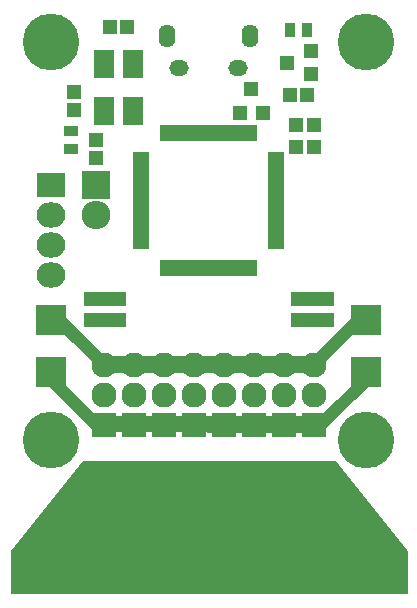
<source format=gbr>
G04 #@! TF.GenerationSoftware,KiCad,Pcbnew,5.1.5*
G04 #@! TF.CreationDate,2020-03-16T00:35:52-04:00*
G04 #@! TF.ProjectId,dot-driver,646f742d-6472-4697-9665-722e6b696361,rev?*
G04 #@! TF.SameCoordinates,Original*
G04 #@! TF.FileFunction,Soldermask,Bot*
G04 #@! TF.FilePolarity,Negative*
%FSLAX46Y46*%
G04 Gerber Fmt 4.6, Leading zero omitted, Abs format (unit mm)*
G04 Created by KiCad (PCBNEW 5.1.5) date 2020-03-16 00:35:52*
%MOMM*%
%LPD*%
G04 APERTURE LIST*
%ADD10C,0.150000*%
%ADD11C,0.100000*%
%ADD12R,0.650000X1.400000*%
%ADD13R,1.400000X0.650000*%
%ADD14R,0.900000X1.300000*%
%ADD15R,1.700000X2.400000*%
%ADD16R,1.200000X1.150000*%
%ADD17O,2.127200X2.127200*%
%ADD18R,2.127200X2.127200*%
%ADD19R,0.720000X1.200000*%
%ADD20R,0.880000X1.200000*%
%ADD21C,4.700000*%
%ADD22R,1.200100X1.200100*%
%ADD23O,2.432000X2.432000*%
%ADD24R,2.432000X2.432000*%
%ADD25C,4.800000*%
%ADD26R,2.432000X2.127200*%
%ADD27O,2.432000X2.127200*%
%ADD28R,1.150000X1.200000*%
%ADD29R,2.635200X2.635200*%
%ADD30O,1.650000X1.350000*%
%ADD31O,1.400000X1.950000*%
%ADD32R,1.300000X0.900000*%
G04 APERTURE END LIST*
D10*
G36*
X154305000Y-103505000D02*
G01*
X149860000Y-107950000D01*
X132080000Y-107950000D01*
X127635000Y-103505000D01*
X128270000Y-102870000D01*
X132080000Y-106680000D01*
X149860000Y-106680000D01*
X153670000Y-102870000D01*
X154305000Y-103505000D01*
G37*
X154305000Y-103505000D02*
X149860000Y-107950000D01*
X132080000Y-107950000D01*
X127635000Y-103505000D01*
X128270000Y-102870000D01*
X132080000Y-106680000D01*
X149860000Y-106680000D01*
X153670000Y-102870000D01*
X154305000Y-103505000D01*
D11*
G36*
X157734000Y-123063000D02*
G01*
X157734000Y-126619000D01*
X124206000Y-126619000D01*
X124206000Y-123063000D01*
X130302000Y-115443000D01*
X151638000Y-115443000D01*
X157734000Y-123063000D01*
G37*
X157734000Y-123063000D02*
X157734000Y-126619000D01*
X124206000Y-126619000D01*
X124206000Y-123063000D01*
X130302000Y-115443000D01*
X151638000Y-115443000D01*
X157734000Y-123063000D01*
D10*
G36*
X150495000Y-113030000D02*
G01*
X131318000Y-112903000D01*
X127000000Y-108585000D01*
X128270000Y-108585000D01*
X131445000Y-111760000D01*
X150495000Y-111760000D01*
X153924000Y-108331000D01*
X155194000Y-108331000D01*
X150495000Y-113030000D01*
G37*
X150495000Y-113030000D02*
X131318000Y-112903000D01*
X127000000Y-108585000D01*
X128270000Y-108585000D01*
X131445000Y-111760000D01*
X150495000Y-111760000D01*
X153924000Y-108331000D01*
X155194000Y-108331000D01*
X150495000Y-113030000D01*
D12*
X137220000Y-87715000D03*
X137720000Y-87715000D03*
X138220000Y-87715000D03*
X138720000Y-87715000D03*
X139220000Y-87715000D03*
X139720000Y-87715000D03*
X140220000Y-87715000D03*
X140720000Y-87715000D03*
X141220000Y-87715000D03*
X141720000Y-87715000D03*
X142220000Y-87715000D03*
X142720000Y-87715000D03*
X143220000Y-87715000D03*
X143720000Y-87715000D03*
X144220000Y-87715000D03*
X144720000Y-87715000D03*
D13*
X146670000Y-89665000D03*
X146670000Y-90165000D03*
X146670000Y-90665000D03*
X146670000Y-91165000D03*
X146670000Y-91665000D03*
X146670000Y-92165000D03*
X146670000Y-92665000D03*
X146670000Y-93165000D03*
X146670000Y-93665000D03*
X146670000Y-94165000D03*
X146670000Y-94665000D03*
X146670000Y-95165000D03*
X146670000Y-95665000D03*
X146670000Y-96165000D03*
X146670000Y-96665000D03*
X146670000Y-97165000D03*
D12*
X144720000Y-99115000D03*
X144220000Y-99115000D03*
X143720000Y-99115000D03*
X143220000Y-99115000D03*
X142720000Y-99115000D03*
X142220000Y-99115000D03*
X141720000Y-99115000D03*
X141220000Y-99115000D03*
X140720000Y-99115000D03*
X140220000Y-99115000D03*
X139720000Y-99115000D03*
X139220000Y-99115000D03*
X138720000Y-99115000D03*
X138220000Y-99115000D03*
X137720000Y-99115000D03*
X137220000Y-99115000D03*
D13*
X135270000Y-97165000D03*
X135270000Y-96665000D03*
X135270000Y-96165000D03*
X135270000Y-95665000D03*
X135270000Y-95165000D03*
X135270000Y-94665000D03*
X135270000Y-94165000D03*
X135270000Y-93665000D03*
X135270000Y-93165000D03*
X135270000Y-92665000D03*
X135270000Y-92165000D03*
X135270000Y-91665000D03*
X135270000Y-91165000D03*
X135270000Y-90665000D03*
X135270000Y-90165000D03*
X135270000Y-89665000D03*
D14*
X149340000Y-78994000D03*
X147840000Y-78994000D03*
D15*
X132150000Y-85820000D03*
X132150000Y-81820000D03*
X134550000Y-81820000D03*
X134550000Y-85820000D03*
D16*
X148360000Y-86995000D03*
X149860000Y-86995000D03*
D17*
X139700000Y-107315000D03*
X139700000Y-109855000D03*
D18*
X139700000Y-112395000D03*
D19*
X149770000Y-101705000D03*
D20*
X148410000Y-101705000D03*
D19*
X150410000Y-101705000D03*
D20*
X151130000Y-101705000D03*
D19*
X149130000Y-101705000D03*
X149770000Y-103505000D03*
X149130000Y-103505000D03*
D20*
X148410000Y-103505000D03*
D19*
X150410000Y-103505000D03*
D20*
X151130000Y-103505000D03*
D19*
X132170000Y-101705000D03*
D20*
X130810000Y-101705000D03*
D19*
X132810000Y-101705000D03*
D20*
X133530000Y-101705000D03*
D19*
X131530000Y-101705000D03*
X132170000Y-103505000D03*
X131530000Y-103505000D03*
D20*
X130810000Y-103505000D03*
D19*
X132810000Y-103505000D03*
D20*
X133530000Y-103505000D03*
D21*
X153670000Y-123190000D03*
X147320000Y-123190000D03*
X150495000Y-118745000D03*
X140970000Y-123190000D03*
X144145000Y-118745000D03*
X134620000Y-123190000D03*
X137795000Y-118745000D03*
X128270000Y-123190000D03*
X131445000Y-118745000D03*
D22*
X144592000Y-83980020D03*
X143642000Y-85979000D03*
X145542000Y-85979000D03*
X147607020Y-81722000D03*
X149606000Y-82672000D03*
X149606000Y-80772000D03*
D23*
X131445000Y-94615000D03*
D24*
X131445000Y-92075000D03*
D25*
X127635000Y-80010000D03*
X154305000Y-80010000D03*
X127635000Y-113665000D03*
X154305000Y-113665000D03*
D18*
X149860000Y-112395000D03*
D17*
X149860000Y-109855000D03*
X149860000Y-107315000D03*
X147320000Y-107315000D03*
X147320000Y-109855000D03*
D18*
X147320000Y-112395000D03*
D17*
X144780000Y-107315000D03*
X144780000Y-109855000D03*
D18*
X144780000Y-112395000D03*
X142240000Y-112395000D03*
D17*
X142240000Y-109855000D03*
X142240000Y-107315000D03*
D18*
X137160000Y-112395000D03*
D17*
X137160000Y-109855000D03*
X137160000Y-107315000D03*
X134620000Y-107315000D03*
X134620000Y-109855000D03*
D18*
X134620000Y-112395000D03*
X132080000Y-112395000D03*
D17*
X132080000Y-109855000D03*
X132080000Y-107315000D03*
D26*
X127635000Y-92075000D03*
D27*
X127635000Y-94615000D03*
X127635000Y-97155000D03*
X127635000Y-99695000D03*
D16*
X147840000Y-84455000D03*
X149340000Y-84455000D03*
D28*
X129540000Y-85725000D03*
X129540000Y-84225000D03*
D16*
X132600000Y-78740000D03*
X134100000Y-78740000D03*
D29*
X127635000Y-103505000D03*
X154305000Y-103505000D03*
X127635000Y-107950000D03*
X154305000Y-107950000D03*
D30*
X143470900Y-82207540D03*
X138470900Y-82207540D03*
D31*
X144470900Y-79507540D03*
X137470900Y-79507540D03*
D32*
X129286000Y-89027000D03*
X129286000Y-87527000D03*
D28*
X131445000Y-88265000D03*
X131445000Y-89765000D03*
D16*
X149860000Y-88900000D03*
X148360000Y-88900000D03*
M02*

</source>
